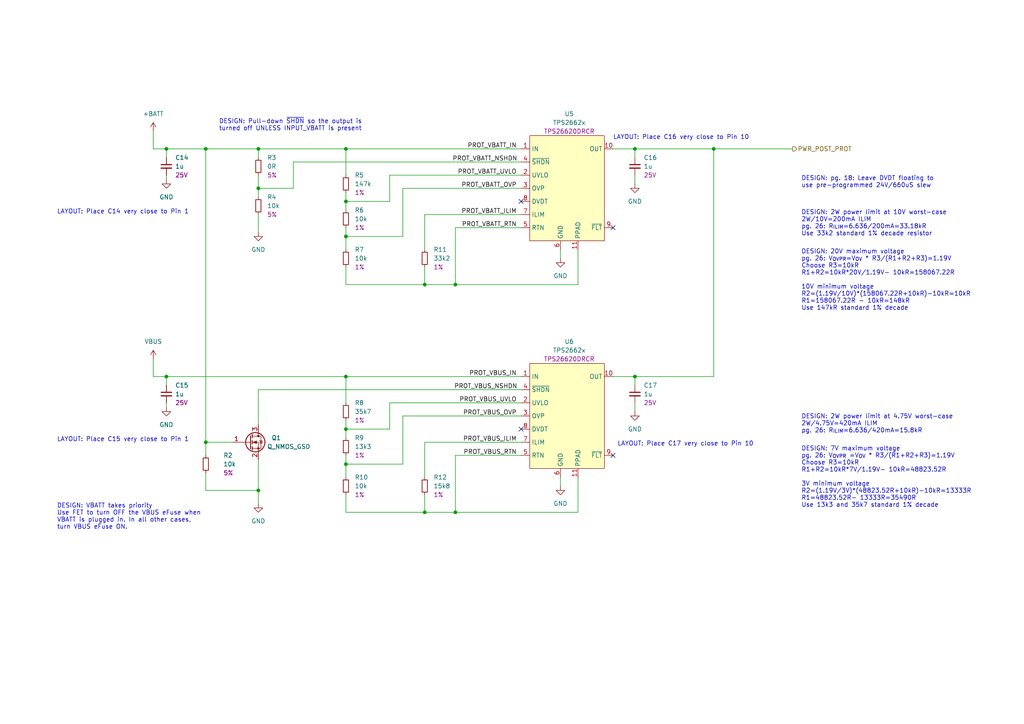
<source format=kicad_sch>
(kicad_sch (version 20211123) (generator eeschema)
  (paper "A4")
  (title_block (title "Car Logger") (date "2024-02-18") (rev "v1") (company "Johnny Cao"))
  (lib_symbols
    (symbol "Device:C_Small" (pin_numbers hide) (pin_names (offset 0.254) hide)
      (property "Reference" "C" (at 0.254 1.778 0))
      (property "Value" "C_Small" (at 0.254 -2.032 0))
      (symbol "C_Small_0_1"
        (polyline (pts (xy -1.524 -0.508) (xy 1.524 -0.508)) (stroke (width 0.3302)))
        (polyline (pts (xy -1.524 0.508) (xy 1.524 0.508)) (stroke (width 0.3048)))
      )
      (symbol "C_Small_1_1"
        (pin passive line (at 0 2.54 270) (length 2.032) (name "~") (number "1"))
        (pin passive line (at 0 -2.54 90) (length 2.032) (name "~") (number "2"))
      )
    )
    (symbol "Device:Q_NMOS_GSD" (pin_names (offset 0) hide)
      (property "Reference" "Q" (at 5.08 1.27 0))
      (property "Value" "Q_NMOS_GSD" (at 5.08 -1.27 0))
      (symbol "Q_NMOS_GSD_0_1"
        (polyline (pts (xy 0.254 0) (xy -2.54 0)))
        (polyline (pts (xy 0.254 1.905) (xy 0.254 -1.905)) (stroke (width 0.254)))
        (polyline (pts (xy 0.762 -1.27) (xy 0.762 -2.286)) (stroke (width 0.254)))
        (polyline (pts (xy 0.762 0.508) (xy 0.762 -0.508)) (stroke (width 0.254)))
        (polyline (pts (xy 0.762 2.286) (xy 0.762 1.27)) (stroke (width 0.254)))
        (polyline (pts (xy 2.54 2.54) (xy 2.54 1.778)))
        (polyline (pts (xy 2.54 -2.54) (xy 2.54 0) (xy 0.762 0)))
        (polyline (pts (xy 0.762 -1.778) (xy 3.302 -1.778) (xy 3.302 1.778) (xy 0.762 1.778)))
        (polyline (pts (xy 1.016 0) (xy 2.032 0.381) (xy 2.032 -0.381) (xy 1.016 0)) (fill (type outline)))
        (polyline (pts (xy 2.794 0.508) (xy 2.921 0.381) (xy 3.683 0.381) (xy 3.81 0.254)))
        (polyline (pts (xy 3.302 0.381) (xy 2.921 -0.254) (xy 3.683 -0.254) (xy 3.302 0.381)))
        (circle (center 1.651 0) (radius 2.794) (stroke (width 0.254)))
        (circle (center 2.54 -1.778) (radius 0.254) (fill (type outline)))
        (circle (center 2.54 1.778) (radius 0.254) (fill (type outline)))
      )
      (symbol "Q_NMOS_GSD_1_1"
        (pin input line (at -5.08 0 0) (length 2.54) (name "G") (number "1"))
        (pin passive line (at 2.54 -5.08 90) (length 2.54) (name "S") (number "2"))
        (pin passive line (at 2.54 5.08 270) (length 2.54) (name "D") (number "3"))
      )
    )
    (symbol "Device:R_Small" (pin_numbers hide) (pin_names (offset 0.254) hide)
      (property "Reference" "R" (at 0.762 0.508 0))
      (property "Value" "R_Small" (at 0.762 -1.016 0))
      (symbol "R_Small_0_1"
        (rectangle (start -0.762 1.778) (end 0.762 -1.778) (stroke (width 0.2032)))
      )
      (symbol "R_Small_1_1"
        (pin passive line (at 0 2.54 270) (length 0.762) (name "~") (number "1"))
        (pin passive line (at 0 -2.54 90) (length 0.762) (name "~") (number "2"))
      )
    )
    (symbol "TPS2662x_1"
      (property "Reference" "U" (at 0 21.59 0))
      (property "Value" "TPS2662x_1" (at 0 0 0))
      (symbol "TPS2662x_1_0_0"
        (pin power_in line (at -13.97 12.7 0) (length 2.54) (name "IN") (number "1"))
        (pin passive line (at 12.7 12.7 180) (length 2.54) (name "OUT") (number "10"))
        (pin input line (at 2.54 -16.51 90) (length 2.54) (name "PPAD") (number "11"))
        (pin input line (at -13.97 5.08 0) (length 2.54) (name "UVLO") (number "2"))
        (pin input line (at -13.97 1.27 0) (length 2.54) (name "OVP") (number "3"))
        (pin input line (at -13.97 8.89 0) (length 2.54) (name "~{SHDN}") (number "4"))
        (pin input line (at -13.97 -10.16 0) (length 2.54) (name "RTN") (number "5"))
        (pin power_in line (at -2.54 -16.51 90) (length 2.54) (name "GND") (number "6"))
        (pin input line (at -13.97 -6.35 0) (length 2.54) (name "ILIM") (number "7"))
        (pin input line (at -13.97 -2.54 0) (length 2.54) (name "DVDT") (number "8"))
        (pin output line (at 12.7 -10.16 180) (length 2.54) (name "~{FLT}") (number "9"))
      )
      (symbol "TPS2662x_1_0_1"
        (rectangle (start -11.43 16.51) (end 10.16 -13.97) (fill (type background)))
      )
    )
    (symbol "car-logger-lib:TPS2662x"
      (property "Reference" "U" (at 0 21.59 0))
      (property "Value" "TPS2662x" (at 0 0 0))
      (symbol "TPS2662x_0_0"
        (pin power_in line (at -13.97 12.7 0) (length 2.54) (name "IN") (number "1"))
        (pin passive line (at 12.7 12.7 180) (length 2.54) (name "OUT") (number "10"))
        (pin input line (at 2.54 -16.51 90) (length 2.54) (name "PPAD") (number "11"))
        (pin input line (at -13.97 5.08 0) (length 2.54) (name "UVLO") (number "2"))
        (pin input line (at -13.97 1.27 0) (length 2.54) (name "OVP") (number "3"))
        (pin input line (at -13.97 8.89 0) (length 2.54) (name "~{SHDN}") (number "4"))
        (pin input line (at -13.97 -10.16 0) (length 2.54) (name "RTN") (number "5"))
        (pin power_in line (at -2.54 -16.51 90) (length 2.54) (name "GND") (number "6"))
        (pin input line (at -13.97 -6.35 0) (length 2.54) (name "ILIM") (number "7"))
        (pin input line (at -13.97 -2.54 0) (length 2.54) (name "DVDT") (number "8"))
        (pin output line (at 12.7 -10.16 180) (length 2.54) (name "~{FLT}") (number "9"))
      )
      (symbol "TPS2662x_0_1"
        (rectangle (start -11.43 16.51) (end 10.16 -13.97) (fill (type background)))
      )
    )
    (symbol "power:+BATT" (power) (pin_names (offset 0))
      (property "Value" "+BATT" (at 0 3.556 0))
      (symbol "+BATT_0_1"
        (polyline (pts (xy -0.762 1.27) (xy 0 2.54)))
        (polyline (pts (xy 0 0) (xy 0 2.54)))
        (polyline (pts (xy 0 2.54) (xy 0.762 1.27)))
      )
      (symbol "+BATT_1_1"
        (pin power_in line (at 0 0 90) (length 0) hide (name "+BATT") (number "1"))
      )
    )
    (symbol "power:GND" (power) (pin_names (offset 0))
      (property "Value" "GND" (at 0 -3.81 0))
      (symbol "GND_0_1"
        (polyline (pts (xy 0 0) (xy 0 -1.27) (xy 1.27 -1.27) (xy 0 -2.54) (xy -1.27 -1.27) (xy 0 -1.27)))
      )
      (symbol "GND_1_1"
        (pin power_in line (at 0 0 270) (length 0) hide (name "GND") (number "1"))
      )
    )
    (symbol "power:VBUS" (power) (pin_names (offset 0))
      (property "Value" "VBUS" (at 0 3.81 0))
      (symbol "VBUS_0_1"
        (polyline (pts (xy -0.762 1.27) (xy 0 2.54)))
        (polyline (pts (xy 0 0) (xy 0 2.54)))
        (polyline (pts (xy 0 2.54) (xy 0.762 1.27)))
      )
      (symbol "VBUS_1_1"
        (pin power_in line (at 0 0 90) (length 0) hide (name "VBUS") (number "1"))
      )
    )
  )
  (junction (at 100.33 109.22))
  (junction (at 184.15 43.18))
  (junction (at 100.33 134.62))
  (junction (at 100.33 68.58))
  (junction (at 100.33 58.42))
  (junction (at 100.33 43.18))
  (junction (at 100.33 124.46))
  (junction (at 132.08 148.59))
  (junction (at 132.08 82.55))
  (junction (at 48.26 109.22))
  (junction (at 59.69 43.18))
  (junction (at 59.69 128.27))
  (junction (at 123.19 82.55))
  (junction (at 184.15 109.22))
  (junction (at 207.01 43.18))
  (junction (at 123.19 148.59))
  (junction (at 74.93 142.24))
  (junction (at 74.93 43.18))
  (junction (at 48.26 43.18))
  (junction (at 74.93 54.61))
  (no_connect (at 151.13 58.42))
  (no_connect (at 151.13 124.46))
  (no_connect (at 177.8 132.08))
  (no_connect (at 177.8 66.04))
  (wire (pts (xy 184.15 43.18) (xy 184.15 45.72)))
  (wire (pts (xy 74.93 54.61) (xy 74.93 57.15)))
  (wire (pts (xy 123.19 143.51) (xy 123.19 148.59)))
  (wire (pts (xy 177.8 43.18) (xy 184.15 43.18)))
  (wire (pts (xy 48.26 43.18) (xy 48.26 45.72)))
  (wire (pts (xy 116.84 68.58) (xy 100.33 68.58)))
  (wire (pts (xy 151.13 66.04) (xy 132.08 66.04)))
  (wire (pts (xy 74.93 62.23) (xy 74.93 67.31)))
  (wire (pts (xy 100.33 148.59) (xy 123.19 148.59)))
  (wire (pts (xy 132.08 82.55) (xy 167.64 82.55)))
  (wire (pts (xy 100.33 109.22) (xy 151.13 109.22)))
  (wire (pts (xy 116.84 134.62) (xy 100.33 134.62)))
  (wire (pts (xy 100.33 143.51) (xy 100.33 148.59)))
  (wire (pts (xy 132.08 148.59) (xy 167.64 148.59)))
  (wire (pts (xy 151.13 50.8) (xy 113.03 50.8)))
  (wire (pts (xy 151.13 132.08) (xy 132.08 132.08)))
  (wire (pts (xy 48.26 50.8) (xy 48.26 52.07)))
  (wire (pts (xy 123.19 82.55) (xy 132.08 82.55)))
  (wire (pts (xy 177.8 109.22) (xy 184.15 109.22)))
  (wire (pts (xy 59.69 43.18) (xy 59.69 128.27)))
  (wire (pts (xy 100.33 82.55) (xy 123.19 82.55)))
  (wire (pts (xy 184.15 43.18) (xy 207.01 43.18)))
  (wire (pts (xy 151.13 120.65) (xy 116.84 120.65)))
  (wire (pts (xy 48.26 43.18) (xy 59.69 43.18)))
  (wire (pts (xy 100.33 55.88) (xy 100.33 58.42)))
  (wire (pts (xy 100.33 68.58) (xy 100.33 72.39)))
  (wire (pts (xy 184.15 109.22) (xy 207.01 109.22)))
  (wire (pts (xy 100.33 134.62) (xy 100.33 138.43)))
  (wire (pts (xy 132.08 66.04) (xy 132.08 82.55)))
  (wire (pts (xy 85.09 46.99) (xy 85.09 54.61)))
  (wire (pts (xy 162.56 72.39) (xy 162.56 74.93)))
  (wire (pts (xy 74.93 43.18) (xy 100.33 43.18)))
  (wire (pts (xy 44.45 38.1) (xy 44.45 43.18)))
  (wire (pts (xy 123.19 77.47) (xy 123.19 82.55)))
  (wire (pts (xy 113.03 116.84) (xy 113.03 124.46)))
  (wire (pts (xy 123.19 72.39) (xy 123.19 62.23)))
  (wire (pts (xy 123.19 138.43) (xy 123.19 128.27)))
  (wire (pts (xy 116.84 54.61) (xy 116.84 68.58)))
  (wire (pts (xy 207.01 43.18) (xy 207.01 109.22)))
  (wire (pts (xy 48.26 109.22) (xy 48.26 111.76)))
  (wire (pts (xy 59.69 137.16) (xy 59.69 142.24)))
  (wire (pts (xy 184.15 50.8) (xy 184.15 53.34)))
  (wire (pts (xy 59.69 43.18) (xy 74.93 43.18)))
  (wire (pts (xy 74.93 146.05) (xy 74.93 142.24)))
  (wire (pts (xy 74.93 50.8) (xy 74.93 54.61)))
  (wire (pts (xy 74.93 133.35) (xy 74.93 142.24)))
  (wire (pts (xy 123.19 128.27) (xy 151.13 128.27)))
  (wire (pts (xy 44.45 43.18) (xy 48.26 43.18)))
  (wire (pts (xy 151.13 46.99) (xy 85.09 46.99)))
  (wire (pts (xy 151.13 116.84) (xy 113.03 116.84)))
  (wire (pts (xy 167.64 148.59) (xy 167.64 138.43)))
  (wire (pts (xy 48.26 116.84) (xy 48.26 118.11)))
  (wire (pts (xy 59.69 142.24) (xy 74.93 142.24)))
  (wire (pts (xy 100.33 124.46) (xy 100.33 127)))
  (wire (pts (xy 100.33 43.18) (xy 151.13 43.18)))
  (wire (pts (xy 74.93 113.03) (xy 74.93 123.19)))
  (wire (pts (xy 151.13 113.03) (xy 74.93 113.03)))
  (wire (pts (xy 85.09 54.61) (xy 74.93 54.61)))
  (wire (pts (xy 162.56 138.43) (xy 162.56 140.97)))
  (wire (pts (xy 207.01 43.18) (xy 229.87 43.18)))
  (wire (pts (xy 44.45 109.22) (xy 48.26 109.22)))
  (wire (pts (xy 100.33 58.42) (xy 100.33 60.96)))
  (wire (pts (xy 113.03 124.46) (xy 100.33 124.46)))
  (wire (pts (xy 100.33 109.22) (xy 100.33 116.84)))
  (wire (pts (xy 59.69 132.08) (xy 59.69 128.27)))
  (wire (pts (xy 44.45 104.14) (xy 44.45 109.22)))
  (wire (pts (xy 113.03 50.8) (xy 113.03 58.42)))
  (wire (pts (xy 123.19 148.59) (xy 132.08 148.59)))
  (wire (pts (xy 100.33 132.08) (xy 100.33 134.62)))
  (wire (pts (xy 100.33 121.92) (xy 100.33 124.46)))
  (wire (pts (xy 132.08 132.08) (xy 132.08 148.59)))
  (wire (pts (xy 113.03 58.42) (xy 100.33 58.42)))
  (wire (pts (xy 100.33 66.04) (xy 100.33 68.58)))
  (wire (pts (xy 167.64 82.55) (xy 167.64 72.39)))
  (wire (pts (xy 184.15 109.22) (xy 184.15 111.76)))
  (wire (pts (xy 59.69 128.27) (xy 67.31 128.27)))
  (wire (pts (xy 123.19 62.23) (xy 151.13 62.23)))
  (wire (pts (xy 151.13 54.61) (xy 116.84 54.61)))
  (wire (pts (xy 48.26 109.22) (xy 100.33 109.22)))
  (wire (pts (xy 74.93 43.18) (xy 74.93 45.72)))
  (wire (pts (xy 100.33 77.47) (xy 100.33 82.55)))
  (wire (pts (xy 100.33 43.18) (xy 100.33 50.8)))
  (wire (pts (xy 116.84 120.65) (xy 116.84 134.62)))
  (wire (pts (xy 184.15 116.84) (xy 184.15 119.38)))
  (text "DESIGN: VBATT takes priority\nUse FET to turn OFF the VBUS eFuse when \nVBATT is plugged in. In all other cases,\nturn VBUS eFuse ON." (at 16.51 153.67 0) (effects (font (size 1.27 1.27)) (justify left bottom)))
  (text "DESIGN: pg. 18: Leave DVDT floating to \nuse pre-programmed 24V/660uS slew" (at 232.41 54.61 0) (effects (font (size 1.27 1.27)) (justify left bottom)))
  (text "DESIGN: 7V maximum voltage\npg. 26: V_{OVPR} =V_{OV} * R3/(R1+R2+R3)=1.19V\nChoose R3=10kR\nR1+R2=10kR*7V/1.19V- 10kR=48823.52R\n\n3V minimum voltage\nR2=(1.19V/3V)*(48823.52R+10kR)-10kR=13333R\nR1=48823.52R- 13333R=35490R\nUse 13k3 and 35k7 standard 1% decade" (at 232.41 147.32 0) (effects (font (size 1.27 1.27)) (justify left bottom)))
  (text "LAYOUT: Place C16 very close to Pin 10" (at 177.8 40.64 0) (effects (font (size 1.27 1.27)) (justify left bottom)))
  (text "DESIGN: 20V maximum voltage\npg. 26: V_{OVPR}=V_{OV} * R3/(R1+R2+R3)=1.19V\nChoose R3=10kR\nR1+R2=10kR*20V/1.19V- 10kR=158067.22R\n\n10V minimum voltage\nR2=(1.19V/10V)*(158067.22R+10kR)-10kR=10kR\nR1=158067.22R - 10kR=148kR\nUse 147kR standard 1% decade" (at 232.41 90.17 0) (effects (font (size 1.27 1.27)) (justify left bottom)))
  (text "DESIGN: 2W power limit at 4.75V worst-case\n2W/4.75V=420mA ILIM\npg. 26: R_{ILIM}=6.636/420mA=15.8kR" (at 232.41 125.73 0) (effects (font (size 1.27 1.27)) (justify left bottom)))
  (text "DESIGN: 2W power limit at 10V worst-case\n2W/10V=200mA ILIM\npg. 26: R_{ILIM}=6.636/200mA=33.18kR\nUse 33k2 standard 1% decade resistor" (at 232.41 68.58 0) (effects (font (size 1.27 1.27)) (justify left bottom)))
  (text "LAYOUT: Place C17 very close to Pin 10" (at 179.07 129.54 0) (effects (font (size 1.27 1.27)) (justify left bottom)))
  (text "LAYOUT: Place C15 very close to Pin 1" (at 16.51 128.27 0) (effects (font (size 1.27 1.27)) (justify left bottom)))
  (text "DESIGN: Pull-down ~{SHDN} so the output is\nturned off UNLESS INPUT_VBATT is present" (at 63.5 38.1 0) (effects (font (size 1.27 1.27)) (justify left bottom)))
  (text "LAYOUT: Place C14 very close to Pin 1" (at 16.51 62.23 0) (effects (font (size 1.27 1.27)) (justify left bottom)))
  (label "PROT_VBUS_NSHDN" (at 150.0584 113.03 180))
  (label "PROT_VBATT_IN" (at 149.86 43.18 180))
  (label "PROT_VBUS_IN" (at 149.86 109.22 180))
  (label "PROT_VBATT_ILIM" (at 149.86 62.23 180))
  (label "PROT_VBATT_NSHDN" (at 150.0584 46.99 180))
  (label "PROT_VBUS_RTN" (at 149.86 132.08 180))
  (label "PROT_VBATT_UVLO" (at 149.86 50.8 180))
  (label "PROT_VBUS_OVP" (at 149.86 120.65 180))
  (label "PROT_VBUS_UVLO" (at 149.86 116.84 180))
  (label "PROT_VBATT_RTN" (at 149.86 66.04 180))
  (label "PROT_VBATT_OVP" (at 149.86 54.61 180))
  (label "PROT_VBUS_ILIM" (at 149.86 128.27 180))
  (hierarchical_label "PWR_POST_PROT" (shape output) (at 229.87 43.18 0))
  (symbol (lib_id "power:GND") (at 74.93 67.31 0) (unit 1)
    (property "Reference" "#PWR0130" (effects hide))
    (property "Value" "GND" (at 74.93 72.39 0))
  )
  (symbol (lib_id "power:GND") (at 48.26 52.07 0) (unit 1)
    (property "Reference" "#PWR0134" (effects hide))
    (property "Value" "GND" (at 48.26 57.15 0))
  )
  (symbol (lib_id "power:GND") (at 162.56 74.93 0) (unit 1)
    (property "Reference" "#PWR0128" (effects hide))
    (property "Value" "GND" (at 162.56 80.01 0))
  )
  (symbol (lib_id "Device:R_Small") (at 100.33 53.34 0) (unit 1)
    (property "Reference" "R5" (at 102.87 50.8001 0) (effects (justify left)))
    (property "Value" "147k" (at 102.87 53.34 0) (effects (justify left)))
    (property "Footprint" "Resistor_SMD:R_0603_1608Metric" (effects hide))
    (property "Tolerance" "1%" (at 102.87 55.8801 0) (effects (justify left)))
  )
  (symbol (lib_id "power:GND") (at 74.93 146.05 0) (unit 1)
    (property "Reference" "#PWR0125" (effects hide))
    (property "Value" "GND" (at 74.93 151.13 0))
  )
  (symbol (lib_id "Device:R_Small") (at 100.33 63.5 0) (unit 1)
    (property "Reference" "R6" (at 102.87 60.9601 0) (effects (justify left)))
    (property "Value" "10k" (at 102.87 63.5 0) (effects (justify left)))
    (property "Footprint" "Resistor_SMD:R_0603_1608Metric" (effects hide))
    (property "Tolerance" "1%" (at 102.87 66.0401 0) (effects (justify left)))
  )
  (symbol (lib_id "Device:R_Small") (at 100.33 129.54 0) (unit 1)
    (property "Reference" "R9" (at 102.87 127.0001 0) (effects (justify left)))
    (property "Value" "13k3" (at 102.87 129.54 0) (effects (justify left)))
    (property "Footprint" "Resistor_SMD:R_0603_1608Metric" (effects hide))
    (property "Tolerance" "1%" (at 102.87 132.0801 0) (effects (justify left)))
  )
  (symbol (lib_id "power:VBUS") (at 44.45 104.14 0) (unit 1)
    (property "Reference" "#PWR0133" (effects hide))
    (property "Value" "VBUS" (at 44.45 99.06 0))
  )
  (symbol (lib_id "Device:Q_NMOS_GSD") (at 72.39 128.27 0) (unit 1)
    (property "Reference" "Q1" (at 78.74 126.9999 0) (effects (justify left)))
    (property "Value" "Q_NMOS_GSD" (at 77.47 129.54 0) (effects (justify left)))
    (property "Footprint" "Package_TO_SOT_SMD:SOT-23-3" (effects hide))
  )
  (symbol (lib_id "Device:R_Small") (at 100.33 119.38 0) (unit 1)
    (property "Reference" "R8" (at 102.87 116.8401 0) (effects (justify left)))
    (property "Value" "35k7" (at 102.87 119.38 0) (effects (justify left)))
    (property "Footprint" "Resistor_SMD:R_0603_1608Metric" (effects hide))
    (property "Tolerance" "1%" (at 102.87 121.9201 0) (effects (justify left)))
  )
  (symbol (lib_id "Device:C_Small") (at 48.26 48.26 0) (unit 1)
    (property "Reference" "C14" (at 50.8 45.72 0) (effects (justify left)))
    (property "Value" "1u" (at 50.8 48.26 0) (effects (justify left)))
    (property "Footprint" "Capacitor_SMD:C_0603_1608Metric" (effects hide))
    (property "Rating" "25V" (at 50.8 50.7938 0) (effects (justify left)))
  )
  (symbol (lib_id "Device:R_Small") (at 123.19 140.97 0) (unit 1)
    (property "Reference" "R12" (at 125.73 138.4301 0) (effects (justify left)))
    (property "Value" "15k8" (at 125.73 140.97 0) (effects (justify left)))
    (property "Footprint" "Resistor_SMD:R_0603_1608Metric" (effects hide))
    (property "Tolerance" "1%" (at 125.73 143.5101 0) (effects (justify left)))
  )
  (symbol (lib_id "Device:C_Small") (at 184.15 48.26 0) (unit 1)
    (property "Reference" "C16" (at 186.69 45.72 0) (effects (justify left)))
    (property "Value" "1u" (at 186.69 48.26 0) (effects (justify left)))
    (property "Footprint" "Capacitor_SMD:C_0603_1608Metric" (effects hide))
    (property "Rating" "25V" (at 186.69 50.7938 0) (effects (justify left)))
  )
  (symbol (lib_id "Device:R_Small") (at 74.93 59.69 0) (unit 1)
    (property "Reference" "R4" (at 77.47 57.1501 0) (effects (justify left)))
    (property "Value" "10k" (at 77.47 59.69 0) (effects (justify left)))
    (property "Footprint" "Resistor_SMD:R_0603_1608Metric" (effects hide))
    (property "Tolerance" "5%" (at 77.47 62.2301 0) (effects (justify left)))
  )
  (symbol (lib_id "power:GND") (at 184.15 119.38 0) (unit 1)
    (property "Reference" "#PWR0126" (effects hide))
    (property "Value" "GND" (at 184.15 124.46 0))
  )
  (symbol (lib_id "Device:C_Small") (at 48.26 114.3 0) (unit 1)
    (property "Reference" "C15" (at 50.8 111.76 0) (effects (justify left)))
    (property "Value" "1u" (at 50.8 114.3 0) (effects (justify left)))
    (property "Footprint" "Capacitor_SMD:C_0603_1608Metric" (effects hide))
    (property "Rating" "25V" (at 50.8 116.8338 0) (effects (justify left)))
  )
  (symbol (lib_id "car-logger-lib:TPS2662x") (at 165.1 55.88 0) (unit 1)
    (property "Reference" "U5" (at 165.1 33.02 0))
    (property "Value" "TPS2662x" (at 165.1 35.56 0))
    (property "Footprint" "Package_SON:VSON-10-1EP_3x3mm_P0.5mm_EP1.65x2.4mm" (effects hide))
    (property "Datasheet" "https://www.ti.com/lit/gpn/tps2662" (effects hide))
    (property "PN" "TPS26620DRCR" (at 165.1 38.1 0))
  )
  (symbol (lib_id "power:+BATT") (at 44.45 38.1 0) (unit 1)
    (property "Reference" "#PWR0131" (effects hide))
    (property "Value" "+BATT" (at 44.45 33.02 0))
  )
  (symbol (lib_id "Device:C_Small") (at 184.15 114.3 0) (unit 1)
    (property "Reference" "C17" (at 186.69 111.76 0) (effects (justify left)))
    (property "Value" "1u" (at 186.69 114.3 0) (effects (justify left)))
    (property "Footprint" "Capacitor_SMD:C_0603_1608Metric" (effects hide))
    (property "Rating" "25V" (at 186.69 116.8338 0) (effects (justify left)))
  )
  (symbol (lib_id "power:GND") (at 162.56 140.97 0) (unit 1)
    (property "Reference" "#PWR0127" (effects hide))
    (property "Value" "GND" (at 162.56 146.05 0))
  )
  (symbol (lib_id "Device:R_Small") (at 74.93 48.26 0) (unit 1)
    (property "Reference" "R3" (at 77.47 45.7201 0) (effects (justify left)))
    (property "Value" "0R" (at 77.47 48.26 0) (effects (justify left)))
    (property "Footprint" "Resistor_SMD:R_0603_1608Metric" (effects hide))
    (property "Tolerance" "5%" (at 77.47 50.8001 0) (effects (justify left)))
  )
  (symbol (lib_id "Device:R_Small") (at 123.19 74.93 0) (unit 1)
    (property "Reference" "R11" (at 125.73 72.3901 0) (effects (justify left)))
    (property "Value" "33k2" (at 125.73 74.93 0) (effects (justify left)))
    (property "Footprint" "Resistor_SMD:R_0603_1608Metric" (effects hide))
    (property "Tolerance" "1%" (at 125.73 77.4701 0) (effects (justify left)))
  )
  (symbol (lib_id "Device:R_Small") (at 100.33 140.97 0) (unit 1)
    (property "Reference" "R10" (at 102.87 138.4301 0) (effects (justify left)))
    (property "Value" "10k" (at 102.87 140.97 0) (effects (justify left)))
    (property "Footprint" "Resistor_SMD:R_0603_1608Metric" (effects hide))
    (property "Tolerance" "1%" (at 102.87 143.5101 0) (effects (justify left)))
  )
  (symbol (lib_id "Device:R_Small") (at 59.69 134.62 0) (unit 1)
    (property "Reference" "R2" (at 64.77 132.0801 0) (effects (justify left)))
    (property "Value" "10k" (at 64.77 134.62 0) (effects (justify left)))
    (property "Footprint" "Resistor_SMD:R_0603_1608Metric" (effects hide))
    (property "Tolerance" "5%" (at 64.77 137.1601 0) (effects (justify left)))
  )
  (symbol (lib_id "power:GND") (at 184.15 53.34 0) (unit 1)
    (property "Reference" "#PWR0129" (effects hide))
    (property "Value" "GND" (at 184.15 58.42 0))
  )
  (symbol (lib_id "power:GND") (at 48.26 118.11 0) (unit 1)
    (property "Reference" "#PWR0132" (effects hide))
    (property "Value" "GND" (at 48.26 123.19 0))
  )
  (symbol (lib_id "Device:R_Small") (at 100.33 74.93 0) (unit 1)
    (property "Reference" "R7" (at 102.87 72.3901 0) (effects (justify left)))
    (property "Value" "10k" (at 102.87 74.93 0) (effects (justify left)))
    (property "Footprint" "Resistor_SMD:R_0603_1608Metric" (effects hide))
    (property "Tolerance" "1%" (at 102.87 77.4701 0) (effects (justify left)))
  )
  (symbol (lib_name "TPS2662x_1") (lib_id "car-logger-lib:TPS2662x") (at 165.1 121.92 0) (unit 1)
    (property "Reference" "U6" (at 165.1 99.06 0))
    (property "Value" "TPS2662x" (at 165.1 101.6 0))
    (property "Footprint" "Package_SON:VSON-10-1EP_3x3mm_P0.5mm_EP1.65x2.4mm" (effects hide))
    (property "Datasheet" "https://www.ti.com/lit/gpn/tps2662" (effects hide))
    (property "PN" "TPS26620DRCR" (at 165.1 104.14 0))
  )
)
</source>
